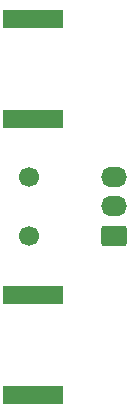
<source format=gbs>
%TF.GenerationSoftware,KiCad,Pcbnew,6.0.2-378541a8eb~116~ubuntu20.04.1*%
%TF.CreationDate,2022-03-10T11:15:54-06:00*%
%TF.ProjectId,lna_sma_10x,6c6e615f-736d-4615-9f31-30782e6b6963,1.0*%
%TF.SameCoordinates,Original*%
%TF.FileFunction,Soldermask,Bot*%
%TF.FilePolarity,Negative*%
%FSLAX46Y46*%
G04 Gerber Fmt 4.6, Leading zero omitted, Abs format (unit mm)*
G04 Created by KiCad (PCBNEW 6.0.2-378541a8eb~116~ubuntu20.04.1) date 2022-03-10 11:15:54*
%MOMM*%
%LPD*%
G01*
G04 APERTURE LIST*
G04 Aperture macros list*
%AMRoundRect*
0 Rectangle with rounded corners*
0 $1 Rounding radius*
0 $2 $3 $4 $5 $6 $7 $8 $9 X,Y pos of 4 corners*
0 Add a 4 corners polygon primitive as box body*
4,1,4,$2,$3,$4,$5,$6,$7,$8,$9,$2,$3,0*
0 Add four circle primitives for the rounded corners*
1,1,$1+$1,$2,$3*
1,1,$1+$1,$4,$5*
1,1,$1+$1,$6,$7*
1,1,$1+$1,$8,$9*
0 Add four rect primitives between the rounded corners*
20,1,$1+$1,$2,$3,$4,$5,0*
20,1,$1+$1,$4,$5,$6,$7,0*
20,1,$1+$1,$6,$7,$8,$9,0*
20,1,$1+$1,$8,$9,$2,$3,0*%
G04 Aperture macros list end*
%ADD10R,5.080000X1.500000*%
%ADD11C,1.700000*%
%ADD12RoundRect,0.250000X0.850000X0.600000X-0.850000X0.600000X-0.850000X-0.600000X0.850000X-0.600000X0*%
%ADD13O,2.200000X1.700000*%
G04 APERTURE END LIST*
D10*
%TO.C,J3*%
X103037500Y-62350000D03*
X103037500Y-53850000D03*
%TD*%
D11*
%TO.C,J2*%
X102685000Y-67225000D03*
X102685000Y-72225000D03*
D12*
X109865000Y-72225000D03*
D13*
X109865000Y-69725000D03*
X109865000Y-67225000D03*
%TD*%
D10*
%TO.C,J1*%
X103037488Y-85724996D03*
X103037488Y-77224996D03*
%TD*%
M02*

</source>
